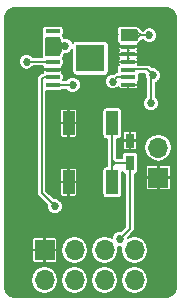
<source format=gbl>
%TF.GenerationSoftware,KiCad,Pcbnew,4.0.7*%
%TF.CreationDate,2017-10-11T16:39:00+02:00*%
%TF.ProjectId,ESP12_pcb,45535031325F7063622E6B696361645F,rev?*%
%TF.FileFunction,Copper,L2,Bot,Signal*%
%FSLAX46Y46*%
G04 Gerber Fmt 4.6, Leading zero omitted, Abs format (unit mm)*
G04 Created by KiCad (PCBNEW 4.0.7) date Wednesday, 11 October 2017 'PMt' 16:39:00*
%MOMM*%
%LPD*%
G01*
G04 APERTURE LIST*
%ADD10C,0.127000*%
%ADD11C,0.600000*%
%ADD12R,0.750000X1.200000*%
%ADD13R,1.700000X1.700000*%
%ADD14O,1.700000X1.700000*%
%ADD15R,1.000000X2.000000*%
%ADD16R,1.200000X0.300000*%
%ADD17R,2.400000X2.300000*%
%ADD18C,0.685800*%
%ADD19C,0.250000*%
%ADD20C,0.152400*%
%ADD21C,0.150000*%
G04 APERTURE END LIST*
D10*
D11*
X56500000Y-68400000D03*
X50300000Y-71800000D03*
X49150000Y-71800000D03*
X50300000Y-68350000D03*
X49150000Y-68325000D03*
D12*
X53050000Y-78925000D03*
X53050000Y-77025000D03*
D13*
X55450000Y-80165000D03*
D14*
X55450000Y-77625000D03*
D15*
X51550000Y-80550000D03*
X51550000Y-75550000D03*
X47850000Y-80550000D03*
X47850000Y-75550000D03*
D13*
X45820000Y-86310000D03*
D14*
X45820000Y-88850000D03*
X48360000Y-86310000D03*
X48360000Y-88850000D03*
X50900000Y-86310000D03*
X50900000Y-88850000D03*
X53440000Y-86310000D03*
X53440000Y-88850000D03*
D16*
X52900000Y-71025000D03*
X52900000Y-69725000D03*
X52900000Y-68425000D03*
X52900000Y-67775000D03*
X46500000Y-70375000D03*
X52900000Y-71675000D03*
X52900000Y-72325000D03*
X46500000Y-67775000D03*
X46500000Y-68425000D03*
X52900000Y-69075000D03*
X46500000Y-69075000D03*
X46500000Y-69725000D03*
X52900000Y-70375000D03*
X46500000Y-71025000D03*
X46500000Y-71675000D03*
X46500000Y-72325000D03*
D17*
X49700000Y-70050000D03*
D11*
X54000000Y-84975000D03*
D18*
X47557497Y-69008757D03*
X55000588Y-71497490D03*
X54828099Y-73865585D03*
X54678098Y-68125000D03*
X48214286Y-72319702D03*
X51601287Y-72032195D03*
X46700000Y-82600000D03*
X52190428Y-85351068D03*
X44300000Y-70350000D03*
D19*
X47273641Y-69001359D02*
X47550099Y-69001359D01*
X47550099Y-69001359D02*
X47557497Y-69008757D01*
X47200000Y-69075000D02*
X47273641Y-69001359D01*
D20*
X52603538Y-71012361D02*
X54515459Y-71012361D01*
X54515459Y-71012361D02*
X54657689Y-71154591D01*
X54657689Y-71154591D02*
X55000588Y-71497490D01*
X54828099Y-71669979D02*
X55000588Y-71497490D01*
X54828099Y-73865585D02*
X54828099Y-71669979D01*
X54678098Y-68125000D02*
X53900000Y-68125000D01*
X53900000Y-68125000D02*
X53600000Y-68425000D01*
X54678098Y-68125000D02*
X53950000Y-68125000D01*
X53950000Y-68125000D02*
X53600000Y-67775000D01*
X48214286Y-72319702D02*
X46505298Y-72319702D01*
X46505298Y-72319702D02*
X46500000Y-72325000D01*
X48208988Y-72325000D02*
X48214286Y-72319702D01*
X51944186Y-71689296D02*
X51958482Y-71675000D01*
X51958482Y-71675000D02*
X52900000Y-71675000D01*
X51970537Y-71662945D02*
X51944186Y-71689296D01*
X51944186Y-71689296D02*
X51601287Y-72032195D01*
X46700000Y-82600000D02*
X45569799Y-81469799D01*
X45569799Y-81469799D02*
X45569799Y-71852801D01*
X45569799Y-71852801D02*
X45747600Y-71675000D01*
X45747600Y-71675000D02*
X46500000Y-71675000D01*
X52533327Y-85008169D02*
X52190428Y-85351068D01*
X53050000Y-78925000D02*
X53050000Y-84491496D01*
X53050000Y-84491496D02*
X52533327Y-85008169D01*
X51550000Y-78925000D02*
X51550000Y-79175000D01*
X51550000Y-79175000D02*
X51550000Y-80550000D01*
X51825000Y-78925000D02*
X51800000Y-78925000D01*
X51800000Y-78925000D02*
X51550000Y-79175000D01*
X51800000Y-78925000D02*
X51550000Y-78675000D01*
X51550000Y-78675000D02*
X51550000Y-78925000D01*
X51550000Y-75550000D02*
X51550000Y-78675000D01*
X53050000Y-78925000D02*
X51825000Y-78925000D01*
X51825000Y-78925000D02*
X51550000Y-78925000D01*
X44300000Y-70350000D02*
X45926613Y-70350000D01*
X45926613Y-70350000D02*
X45951613Y-70375000D01*
D21*
G36*
X56470117Y-65897882D02*
X56699110Y-66050890D01*
X56852118Y-66279883D01*
X56913647Y-66589208D01*
X56911500Y-66600000D01*
X56911500Y-89521584D01*
X56852118Y-89820117D01*
X56699110Y-90049110D01*
X56470117Y-90202118D01*
X56171584Y-90261500D01*
X43228416Y-90261500D01*
X42929883Y-90202118D01*
X42700890Y-90049110D01*
X42547882Y-89820117D01*
X42488500Y-89521584D01*
X42488500Y-88826902D01*
X44641000Y-88826902D01*
X44641000Y-88873098D01*
X44730746Y-89324282D01*
X44986321Y-89706777D01*
X45368816Y-89962352D01*
X45820000Y-90052098D01*
X46271184Y-89962352D01*
X46653679Y-89706777D01*
X46909254Y-89324282D01*
X46999000Y-88873098D01*
X46999000Y-88826902D01*
X47181000Y-88826902D01*
X47181000Y-88873098D01*
X47270746Y-89324282D01*
X47526321Y-89706777D01*
X47908816Y-89962352D01*
X48360000Y-90052098D01*
X48811184Y-89962352D01*
X49193679Y-89706777D01*
X49449254Y-89324282D01*
X49539000Y-88873098D01*
X49539000Y-88826902D01*
X49721000Y-88826902D01*
X49721000Y-88873098D01*
X49810746Y-89324282D01*
X50066321Y-89706777D01*
X50448816Y-89962352D01*
X50900000Y-90052098D01*
X51351184Y-89962352D01*
X51733679Y-89706777D01*
X51989254Y-89324282D01*
X52079000Y-88873098D01*
X52079000Y-88826902D01*
X52261000Y-88826902D01*
X52261000Y-88873098D01*
X52350746Y-89324282D01*
X52606321Y-89706777D01*
X52988816Y-89962352D01*
X53440000Y-90052098D01*
X53891184Y-89962352D01*
X54273679Y-89706777D01*
X54529254Y-89324282D01*
X54619000Y-88873098D01*
X54619000Y-88826902D01*
X54529254Y-88375718D01*
X54273679Y-87993223D01*
X53891184Y-87737648D01*
X53440000Y-87647902D01*
X52988816Y-87737648D01*
X52606321Y-87993223D01*
X52350746Y-88375718D01*
X52261000Y-88826902D01*
X52079000Y-88826902D01*
X51989254Y-88375718D01*
X51733679Y-87993223D01*
X51351184Y-87737648D01*
X50900000Y-87647902D01*
X50448816Y-87737648D01*
X50066321Y-87993223D01*
X49810746Y-88375718D01*
X49721000Y-88826902D01*
X49539000Y-88826902D01*
X49449254Y-88375718D01*
X49193679Y-87993223D01*
X48811184Y-87737648D01*
X48360000Y-87647902D01*
X47908816Y-87737648D01*
X47526321Y-87993223D01*
X47270746Y-88375718D01*
X47181000Y-88826902D01*
X46999000Y-88826902D01*
X46909254Y-88375718D01*
X46653679Y-87993223D01*
X46271184Y-87737648D01*
X45820000Y-87647902D01*
X45368816Y-87737648D01*
X44986321Y-87993223D01*
X44730746Y-88375718D01*
X44641000Y-88826902D01*
X42488500Y-88826902D01*
X42488500Y-86391250D01*
X44745000Y-86391250D01*
X44745000Y-87204755D01*
X44779254Y-87287452D01*
X44842548Y-87350746D01*
X44925244Y-87385000D01*
X45738750Y-87385000D01*
X45795000Y-87328750D01*
X45795000Y-86335000D01*
X45845000Y-86335000D01*
X45845000Y-87328750D01*
X45901250Y-87385000D01*
X46714756Y-87385000D01*
X46797452Y-87350746D01*
X46860746Y-87287452D01*
X46895000Y-87204755D01*
X46895000Y-86391250D01*
X46838750Y-86335000D01*
X45845000Y-86335000D01*
X45795000Y-86335000D01*
X44801250Y-86335000D01*
X44745000Y-86391250D01*
X42488500Y-86391250D01*
X42488500Y-86286902D01*
X47181000Y-86286902D01*
X47181000Y-86333098D01*
X47270746Y-86784282D01*
X47526321Y-87166777D01*
X47908816Y-87422352D01*
X48360000Y-87512098D01*
X48811184Y-87422352D01*
X49193679Y-87166777D01*
X49449254Y-86784282D01*
X49539000Y-86333098D01*
X49539000Y-86286902D01*
X49721000Y-86286902D01*
X49721000Y-86333098D01*
X49810746Y-86784282D01*
X50066321Y-87166777D01*
X50448816Y-87422352D01*
X50900000Y-87512098D01*
X51351184Y-87422352D01*
X51733679Y-87166777D01*
X51989254Y-86784282D01*
X52079000Y-86333098D01*
X52079000Y-86286902D01*
X52023802Y-86009401D01*
X52056193Y-86022851D01*
X52313478Y-86023075D01*
X52261000Y-86286902D01*
X52261000Y-86333098D01*
X52350746Y-86784282D01*
X52606321Y-87166777D01*
X52988816Y-87422352D01*
X53440000Y-87512098D01*
X53891184Y-87422352D01*
X54273679Y-87166777D01*
X54529254Y-86784282D01*
X54619000Y-86333098D01*
X54619000Y-86286902D01*
X54529254Y-85835718D01*
X54273679Y-85453223D01*
X53891184Y-85197648D01*
X53440000Y-85107902D01*
X52988816Y-85197648D01*
X52862388Y-85282124D01*
X52862414Y-85252122D01*
X53336520Y-84778016D01*
X53424356Y-84646560D01*
X53455200Y-84491496D01*
X53455200Y-80246250D01*
X54375000Y-80246250D01*
X54375000Y-81059756D01*
X54409254Y-81142452D01*
X54472548Y-81205746D01*
X54555245Y-81240000D01*
X55368750Y-81240000D01*
X55425000Y-81183750D01*
X55425000Y-80190000D01*
X55475000Y-80190000D01*
X55475000Y-81183750D01*
X55531250Y-81240000D01*
X56344755Y-81240000D01*
X56427452Y-81205746D01*
X56490746Y-81142452D01*
X56525000Y-81059756D01*
X56525000Y-80246250D01*
X56468750Y-80190000D01*
X55475000Y-80190000D01*
X55425000Y-80190000D01*
X54431250Y-80190000D01*
X54375000Y-80246250D01*
X53455200Y-80246250D01*
X53455200Y-79854762D01*
X53546920Y-79837504D01*
X53658896Y-79765450D01*
X53734017Y-79655507D01*
X53760445Y-79525000D01*
X53760445Y-79270244D01*
X54375000Y-79270244D01*
X54375000Y-80083750D01*
X54431250Y-80140000D01*
X55425000Y-80140000D01*
X55425000Y-79146250D01*
X55475000Y-79146250D01*
X55475000Y-80140000D01*
X56468750Y-80140000D01*
X56525000Y-80083750D01*
X56525000Y-79270244D01*
X56490746Y-79187548D01*
X56427452Y-79124254D01*
X56344755Y-79090000D01*
X55531250Y-79090000D01*
X55475000Y-79146250D01*
X55425000Y-79146250D01*
X55368750Y-79090000D01*
X54555245Y-79090000D01*
X54472548Y-79124254D01*
X54409254Y-79187548D01*
X54375000Y-79270244D01*
X53760445Y-79270244D01*
X53760445Y-78325000D01*
X53737504Y-78203080D01*
X53665450Y-78091104D01*
X53555507Y-78015983D01*
X53425000Y-77989555D01*
X52675000Y-77989555D01*
X52553080Y-78012496D01*
X52441104Y-78084550D01*
X52365983Y-78194493D01*
X52339555Y-78325000D01*
X52339555Y-78519800D01*
X51967839Y-78519800D01*
X51955200Y-78507160D01*
X51955200Y-77106250D01*
X52450000Y-77106250D01*
X52450000Y-77669755D01*
X52484254Y-77752452D01*
X52547548Y-77815746D01*
X52630244Y-77850000D01*
X52968750Y-77850000D01*
X53025000Y-77793750D01*
X53025000Y-77050000D01*
X53075000Y-77050000D01*
X53075000Y-77793750D01*
X53131250Y-77850000D01*
X53469756Y-77850000D01*
X53552452Y-77815746D01*
X53615746Y-77752452D01*
X53650000Y-77669755D01*
X53650000Y-77625000D01*
X54247902Y-77625000D01*
X54337648Y-78076184D01*
X54593223Y-78458679D01*
X54975718Y-78714254D01*
X55426902Y-78804000D01*
X55473098Y-78804000D01*
X55924282Y-78714254D01*
X56306777Y-78458679D01*
X56562352Y-78076184D01*
X56652098Y-77625000D01*
X56562352Y-77173816D01*
X56306777Y-76791321D01*
X55924282Y-76535746D01*
X55473098Y-76446000D01*
X55426902Y-76446000D01*
X54975718Y-76535746D01*
X54593223Y-76791321D01*
X54337648Y-77173816D01*
X54247902Y-77625000D01*
X53650000Y-77625000D01*
X53650000Y-77106250D01*
X53593750Y-77050000D01*
X53075000Y-77050000D01*
X53025000Y-77050000D01*
X52506250Y-77050000D01*
X52450000Y-77106250D01*
X51955200Y-77106250D01*
X51955200Y-76885445D01*
X52050000Y-76885445D01*
X52171920Y-76862504D01*
X52283896Y-76790450D01*
X52359017Y-76680507D01*
X52385445Y-76550000D01*
X52385445Y-76380245D01*
X52450000Y-76380245D01*
X52450000Y-76943750D01*
X52506250Y-77000000D01*
X53025000Y-77000000D01*
X53025000Y-76256250D01*
X53075000Y-76256250D01*
X53075000Y-77000000D01*
X53593750Y-77000000D01*
X53650000Y-76943750D01*
X53650000Y-76380245D01*
X53615746Y-76297548D01*
X53552452Y-76234254D01*
X53469756Y-76200000D01*
X53131250Y-76200000D01*
X53075000Y-76256250D01*
X53025000Y-76256250D01*
X52968750Y-76200000D01*
X52630244Y-76200000D01*
X52547548Y-76234254D01*
X52484254Y-76297548D01*
X52450000Y-76380245D01*
X52385445Y-76380245D01*
X52385445Y-74550000D01*
X52362504Y-74428080D01*
X52290450Y-74316104D01*
X52180507Y-74240983D01*
X52050000Y-74214555D01*
X51050000Y-74214555D01*
X50928080Y-74237496D01*
X50816104Y-74309550D01*
X50740983Y-74419493D01*
X50714555Y-74550000D01*
X50714555Y-76550000D01*
X50737496Y-76671920D01*
X50809550Y-76783896D01*
X50919493Y-76859017D01*
X51050000Y-76885445D01*
X51144800Y-76885445D01*
X51144800Y-79214555D01*
X51050000Y-79214555D01*
X50928080Y-79237496D01*
X50816104Y-79309550D01*
X50740983Y-79419493D01*
X50714555Y-79550000D01*
X50714555Y-81550000D01*
X50737496Y-81671920D01*
X50809550Y-81783896D01*
X50919493Y-81859017D01*
X51050000Y-81885445D01*
X52050000Y-81885445D01*
X52171920Y-81862504D01*
X52283896Y-81790450D01*
X52359017Y-81680507D01*
X52385445Y-81550000D01*
X52385445Y-79682584D01*
X52434550Y-79758896D01*
X52544493Y-79834017D01*
X52644800Y-79854329D01*
X52644800Y-84323656D01*
X52289202Y-84679254D01*
X52057365Y-84679052D01*
X51810325Y-84781127D01*
X51621151Y-84969970D01*
X51518645Y-85216833D01*
X51518564Y-85309488D01*
X51351184Y-85197648D01*
X50900000Y-85107902D01*
X50448816Y-85197648D01*
X50066321Y-85453223D01*
X49810746Y-85835718D01*
X49721000Y-86286902D01*
X49539000Y-86286902D01*
X49449254Y-85835718D01*
X49193679Y-85453223D01*
X48811184Y-85197648D01*
X48360000Y-85107902D01*
X47908816Y-85197648D01*
X47526321Y-85453223D01*
X47270746Y-85835718D01*
X47181000Y-86286902D01*
X42488500Y-86286902D01*
X42488500Y-85415245D01*
X44745000Y-85415245D01*
X44745000Y-86228750D01*
X44801250Y-86285000D01*
X45795000Y-86285000D01*
X45795000Y-85291250D01*
X45845000Y-85291250D01*
X45845000Y-86285000D01*
X46838750Y-86285000D01*
X46895000Y-86228750D01*
X46895000Y-85415245D01*
X46860746Y-85332548D01*
X46797452Y-85269254D01*
X46714756Y-85235000D01*
X45901250Y-85235000D01*
X45845000Y-85291250D01*
X45795000Y-85291250D01*
X45738750Y-85235000D01*
X44925244Y-85235000D01*
X44842548Y-85269254D01*
X44779254Y-85332548D01*
X44745000Y-85415245D01*
X42488500Y-85415245D01*
X42488500Y-71852801D01*
X45164599Y-71852801D01*
X45164599Y-81469799D01*
X45195443Y-81624863D01*
X45283279Y-81756319D01*
X46028186Y-82501225D01*
X46027984Y-82733063D01*
X46130059Y-82980103D01*
X46318902Y-83169277D01*
X46565765Y-83271783D01*
X46833063Y-83272016D01*
X47080103Y-83169941D01*
X47269277Y-82981098D01*
X47371783Y-82734235D01*
X47372016Y-82466937D01*
X47269941Y-82219897D01*
X47081098Y-82030723D01*
X46834235Y-81928217D01*
X46601053Y-81928014D01*
X45974999Y-81301959D01*
X45974999Y-80631250D01*
X47125000Y-80631250D01*
X47125000Y-81594756D01*
X47159254Y-81677452D01*
X47222548Y-81740746D01*
X47305245Y-81775000D01*
X47768750Y-81775000D01*
X47825000Y-81718750D01*
X47825000Y-80575000D01*
X47875000Y-80575000D01*
X47875000Y-81718750D01*
X47931250Y-81775000D01*
X48394755Y-81775000D01*
X48477452Y-81740746D01*
X48540746Y-81677452D01*
X48575000Y-81594756D01*
X48575000Y-80631250D01*
X48518750Y-80575000D01*
X47875000Y-80575000D01*
X47825000Y-80575000D01*
X47181250Y-80575000D01*
X47125000Y-80631250D01*
X45974999Y-80631250D01*
X45974999Y-79505244D01*
X47125000Y-79505244D01*
X47125000Y-80468750D01*
X47181250Y-80525000D01*
X47825000Y-80525000D01*
X47825000Y-79381250D01*
X47875000Y-79381250D01*
X47875000Y-80525000D01*
X48518750Y-80525000D01*
X48575000Y-80468750D01*
X48575000Y-79505244D01*
X48540746Y-79422548D01*
X48477452Y-79359254D01*
X48394755Y-79325000D01*
X47931250Y-79325000D01*
X47875000Y-79381250D01*
X47825000Y-79381250D01*
X47768750Y-79325000D01*
X47305245Y-79325000D01*
X47222548Y-79359254D01*
X47159254Y-79422548D01*
X47125000Y-79505244D01*
X45974999Y-79505244D01*
X45974999Y-75631250D01*
X47125000Y-75631250D01*
X47125000Y-76594756D01*
X47159254Y-76677452D01*
X47222548Y-76740746D01*
X47305245Y-76775000D01*
X47768750Y-76775000D01*
X47825000Y-76718750D01*
X47825000Y-75575000D01*
X47875000Y-75575000D01*
X47875000Y-76718750D01*
X47931250Y-76775000D01*
X48394755Y-76775000D01*
X48477452Y-76740746D01*
X48540746Y-76677452D01*
X48575000Y-76594756D01*
X48575000Y-75631250D01*
X48518750Y-75575000D01*
X47875000Y-75575000D01*
X47825000Y-75575000D01*
X47181250Y-75575000D01*
X47125000Y-75631250D01*
X45974999Y-75631250D01*
X45974999Y-74505244D01*
X47125000Y-74505244D01*
X47125000Y-75468750D01*
X47181250Y-75525000D01*
X47825000Y-75525000D01*
X47825000Y-74381250D01*
X47875000Y-74381250D01*
X47875000Y-75525000D01*
X48518750Y-75525000D01*
X48575000Y-75468750D01*
X48575000Y-74505244D01*
X48540746Y-74422548D01*
X48477452Y-74359254D01*
X48394755Y-74325000D01*
X47931250Y-74325000D01*
X47875000Y-74381250D01*
X47825000Y-74381250D01*
X47768750Y-74325000D01*
X47305245Y-74325000D01*
X47222548Y-74359254D01*
X47159254Y-74422548D01*
X47125000Y-74505244D01*
X45974999Y-74505244D01*
X45974999Y-72810445D01*
X47100000Y-72810445D01*
X47221920Y-72787504D01*
X47319207Y-72724902D01*
X47669398Y-72724902D01*
X47833188Y-72888979D01*
X48080051Y-72991485D01*
X48347349Y-72991718D01*
X48594389Y-72889643D01*
X48783563Y-72700800D01*
X48886069Y-72453937D01*
X48886302Y-72186639D01*
X48877468Y-72165258D01*
X50929271Y-72165258D01*
X51031346Y-72412298D01*
X51220189Y-72601472D01*
X51467052Y-72703978D01*
X51734350Y-72704211D01*
X51981390Y-72602136D01*
X52075000Y-72508690D01*
X52075000Y-72519755D01*
X52109254Y-72602452D01*
X52172548Y-72665746D01*
X52255244Y-72700000D01*
X52818750Y-72700000D01*
X52875000Y-72643750D01*
X52875000Y-72350000D01*
X52925000Y-72350000D01*
X52925000Y-72643750D01*
X52981250Y-72700000D01*
X53544756Y-72700000D01*
X53627452Y-72665746D01*
X53690746Y-72602452D01*
X53725000Y-72519755D01*
X53725000Y-72406250D01*
X53668750Y-72350000D01*
X52925000Y-72350000D01*
X52875000Y-72350000D01*
X52855000Y-72350000D01*
X52855000Y-72300000D01*
X52875000Y-72300000D01*
X52875000Y-72280000D01*
X52925000Y-72280000D01*
X52925000Y-72300000D01*
X53668750Y-72300000D01*
X53725000Y-72243750D01*
X53725000Y-72130245D01*
X53705681Y-72083605D01*
X53733896Y-72065450D01*
X53809017Y-71955507D01*
X53835445Y-71825000D01*
X53835445Y-71525000D01*
X53815229Y-71417561D01*
X54328758Y-71417561D01*
X54328572Y-71630553D01*
X54422899Y-71858841D01*
X54422899Y-73320697D01*
X54258822Y-73484487D01*
X54156316Y-73731350D01*
X54156083Y-73998648D01*
X54258158Y-74245688D01*
X54447001Y-74434862D01*
X54693864Y-74537368D01*
X54961162Y-74537601D01*
X55208202Y-74435526D01*
X55397376Y-74246683D01*
X55499882Y-73999820D01*
X55500115Y-73732522D01*
X55398040Y-73485482D01*
X55233299Y-73320452D01*
X55233299Y-72128332D01*
X55380691Y-72067431D01*
X55569865Y-71878588D01*
X55672371Y-71631725D01*
X55672604Y-71364427D01*
X55570529Y-71117387D01*
X55381686Y-70928213D01*
X55134823Y-70825707D01*
X54901641Y-70825504D01*
X54801979Y-70725841D01*
X54670523Y-70638005D01*
X54515459Y-70607161D01*
X53709506Y-70607161D01*
X53725000Y-70569755D01*
X53725000Y-70456250D01*
X53668750Y-70400000D01*
X52925000Y-70400000D01*
X52925000Y-70420000D01*
X52875000Y-70420000D01*
X52875000Y-70400000D01*
X52131250Y-70400000D01*
X52075000Y-70456250D01*
X52075000Y-70569755D01*
X52094319Y-70616395D01*
X52066104Y-70634550D01*
X51990983Y-70744493D01*
X51964555Y-70875000D01*
X51964555Y-71175000D01*
X51980497Y-71259725D01*
X51970537Y-71257744D01*
X51815473Y-71288589D01*
X51708018Y-71360388D01*
X51468224Y-71360179D01*
X51221184Y-71462254D01*
X51032010Y-71651097D01*
X50929504Y-71897960D01*
X50929271Y-72165258D01*
X48877468Y-72165258D01*
X48784227Y-71939599D01*
X48595384Y-71750425D01*
X48348521Y-71647919D01*
X48081223Y-71647686D01*
X47834183Y-71749761D01*
X47669153Y-71914502D01*
X47417321Y-71914502D01*
X47435445Y-71825000D01*
X47435445Y-71525000D01*
X47412504Y-71403080D01*
X47340450Y-71291104D01*
X47305374Y-71267137D01*
X47325000Y-71219755D01*
X47325000Y-71106250D01*
X47268750Y-71050000D01*
X46525000Y-71050000D01*
X46525000Y-71070000D01*
X46475000Y-71070000D01*
X46475000Y-71050000D01*
X45731250Y-71050000D01*
X45675000Y-71106250D01*
X45675000Y-71219755D01*
X45694319Y-71266395D01*
X45666104Y-71284550D01*
X45664949Y-71286240D01*
X45601400Y-71298881D01*
X45592537Y-71300644D01*
X45461080Y-71388480D01*
X45461078Y-71388483D01*
X45283279Y-71566281D01*
X45195443Y-71697737D01*
X45195443Y-71697738D01*
X45164599Y-71852801D01*
X42488500Y-71852801D01*
X42488500Y-70483063D01*
X43627984Y-70483063D01*
X43730059Y-70730103D01*
X43918902Y-70919277D01*
X44165765Y-71021783D01*
X44433063Y-71022016D01*
X44680103Y-70919941D01*
X44845133Y-70755200D01*
X45657172Y-70755200D01*
X45659550Y-70758896D01*
X45694626Y-70782863D01*
X45675000Y-70830245D01*
X45675000Y-70943750D01*
X45731250Y-71000000D01*
X46475000Y-71000000D01*
X46475000Y-70980000D01*
X46525000Y-70980000D01*
X46525000Y-71000000D01*
X47268750Y-71000000D01*
X47325000Y-70943750D01*
X47325000Y-70830245D01*
X47305681Y-70783605D01*
X47333896Y-70765450D01*
X47409017Y-70655507D01*
X47435445Y-70525000D01*
X47435445Y-70225000D01*
X47412504Y-70103080D01*
X47378478Y-70050202D01*
X47409017Y-70005507D01*
X47435445Y-69875000D01*
X47435445Y-69680551D01*
X47690560Y-69680773D01*
X47937600Y-69578698D01*
X48126774Y-69389855D01*
X48164555Y-69298868D01*
X48164555Y-71200000D01*
X48187496Y-71321920D01*
X48259550Y-71433896D01*
X48369493Y-71509017D01*
X48500000Y-71535445D01*
X50900000Y-71535445D01*
X51021920Y-71512504D01*
X51133896Y-71440450D01*
X51209017Y-71330507D01*
X51235445Y-71200000D01*
X51235445Y-69806250D01*
X52075000Y-69806250D01*
X52075000Y-69919755D01*
X52109254Y-70002452D01*
X52156802Y-70050000D01*
X52109254Y-70097548D01*
X52075000Y-70180245D01*
X52075000Y-70293750D01*
X52131250Y-70350000D01*
X52875000Y-70350000D01*
X52875000Y-70056250D01*
X52868750Y-70050000D01*
X52875000Y-70043750D01*
X52875000Y-69750000D01*
X52925000Y-69750000D01*
X52925000Y-70043750D01*
X52931250Y-70050000D01*
X52925000Y-70056250D01*
X52925000Y-70350000D01*
X53668750Y-70350000D01*
X53725000Y-70293750D01*
X53725000Y-70180245D01*
X53690746Y-70097548D01*
X53643198Y-70050000D01*
X53690746Y-70002452D01*
X53725000Y-69919755D01*
X53725000Y-69806250D01*
X53668750Y-69750000D01*
X52925000Y-69750000D01*
X52875000Y-69750000D01*
X52131250Y-69750000D01*
X52075000Y-69806250D01*
X51235445Y-69806250D01*
X51235445Y-69156250D01*
X52075000Y-69156250D01*
X52075000Y-69269755D01*
X52109254Y-69352452D01*
X52156802Y-69400000D01*
X52109254Y-69447548D01*
X52075000Y-69530245D01*
X52075000Y-69643750D01*
X52131250Y-69700000D01*
X52875000Y-69700000D01*
X52875000Y-69406250D01*
X52868750Y-69400000D01*
X52875000Y-69393750D01*
X52875000Y-69100000D01*
X52925000Y-69100000D01*
X52925000Y-69393750D01*
X52931250Y-69400000D01*
X52925000Y-69406250D01*
X52925000Y-69700000D01*
X53668750Y-69700000D01*
X53725000Y-69643750D01*
X53725000Y-69530245D01*
X53690746Y-69447548D01*
X53643198Y-69400000D01*
X53690746Y-69352452D01*
X53725000Y-69269755D01*
X53725000Y-69156250D01*
X53668750Y-69100000D01*
X52925000Y-69100000D01*
X52875000Y-69100000D01*
X52131250Y-69100000D01*
X52075000Y-69156250D01*
X51235445Y-69156250D01*
X51235445Y-68900000D01*
X51212504Y-68778080D01*
X51140450Y-68666104D01*
X51030507Y-68590983D01*
X50900000Y-68564555D01*
X48500000Y-68564555D01*
X48378080Y-68587496D01*
X48266104Y-68659550D01*
X48190983Y-68769493D01*
X48189223Y-68778185D01*
X48127438Y-68628654D01*
X47938595Y-68439480D01*
X47691732Y-68336974D01*
X47435445Y-68336751D01*
X47435445Y-68275000D01*
X47412504Y-68153080D01*
X47378478Y-68100202D01*
X47409017Y-68055507D01*
X47435445Y-67925000D01*
X47435445Y-67625000D01*
X51964555Y-67625000D01*
X51964555Y-67925000D01*
X51987496Y-68046920D01*
X52021522Y-68099798D01*
X51990983Y-68144493D01*
X51964555Y-68275000D01*
X51964555Y-68575000D01*
X51987496Y-68696920D01*
X52059550Y-68808896D01*
X52094626Y-68832863D01*
X52075000Y-68880245D01*
X52075000Y-68993750D01*
X52131250Y-69050000D01*
X52875000Y-69050000D01*
X52875000Y-69030000D01*
X52925000Y-69030000D01*
X52925000Y-69050000D01*
X53668750Y-69050000D01*
X53725000Y-68993750D01*
X53725000Y-68880245D01*
X53705681Y-68833605D01*
X53733896Y-68815450D01*
X53743293Y-68801697D01*
X53755064Y-68799356D01*
X53886520Y-68711520D01*
X54067840Y-68530200D01*
X54133210Y-68530200D01*
X54297000Y-68694277D01*
X54543863Y-68796783D01*
X54811161Y-68797016D01*
X55058201Y-68694941D01*
X55247375Y-68506098D01*
X55349881Y-68259235D01*
X55350114Y-67991937D01*
X55248039Y-67744897D01*
X55059196Y-67555723D01*
X54812333Y-67453217D01*
X54545035Y-67452984D01*
X54297995Y-67555059D01*
X54132965Y-67719800D01*
X54117839Y-67719800D01*
X53886520Y-67488480D01*
X53755064Y-67400644D01*
X53745345Y-67398711D01*
X53740450Y-67391104D01*
X53630507Y-67315983D01*
X53500000Y-67289555D01*
X52300000Y-67289555D01*
X52178080Y-67312496D01*
X52066104Y-67384550D01*
X51990983Y-67494493D01*
X51964555Y-67625000D01*
X47435445Y-67625000D01*
X47412504Y-67503080D01*
X47340450Y-67391104D01*
X47230507Y-67315983D01*
X47100000Y-67289555D01*
X45900000Y-67289555D01*
X45778080Y-67312496D01*
X45666104Y-67384550D01*
X45590983Y-67494493D01*
X45564555Y-67625000D01*
X45564555Y-67925000D01*
X45587496Y-68046920D01*
X45621522Y-68099798D01*
X45590983Y-68144493D01*
X45564555Y-68275000D01*
X45564555Y-68575000D01*
X45587496Y-68696920D01*
X45621522Y-68749798D01*
X45590983Y-68794493D01*
X45564555Y-68925000D01*
X45564555Y-69225000D01*
X45587496Y-69346920D01*
X45621522Y-69399798D01*
X45590983Y-69444493D01*
X45564555Y-69575000D01*
X45564555Y-69875000D01*
X45577689Y-69944800D01*
X44844888Y-69944800D01*
X44681098Y-69780723D01*
X44434235Y-69678217D01*
X44166937Y-69677984D01*
X43919897Y-69780059D01*
X43730723Y-69968902D01*
X43628217Y-70215765D01*
X43627984Y-70483063D01*
X42488500Y-70483063D01*
X42488500Y-66578416D01*
X42547882Y-66279883D01*
X42700890Y-66050890D01*
X42929883Y-65897882D01*
X43228416Y-65838500D01*
X56171584Y-65838500D01*
X56470117Y-65897882D01*
X56470117Y-65897882D01*
G37*
X56470117Y-65897882D02*
X56699110Y-66050890D01*
X56852118Y-66279883D01*
X56913647Y-66589208D01*
X56911500Y-66600000D01*
X56911500Y-89521584D01*
X56852118Y-89820117D01*
X56699110Y-90049110D01*
X56470117Y-90202118D01*
X56171584Y-90261500D01*
X43228416Y-90261500D01*
X42929883Y-90202118D01*
X42700890Y-90049110D01*
X42547882Y-89820117D01*
X42488500Y-89521584D01*
X42488500Y-88826902D01*
X44641000Y-88826902D01*
X44641000Y-88873098D01*
X44730746Y-89324282D01*
X44986321Y-89706777D01*
X45368816Y-89962352D01*
X45820000Y-90052098D01*
X46271184Y-89962352D01*
X46653679Y-89706777D01*
X46909254Y-89324282D01*
X46999000Y-88873098D01*
X46999000Y-88826902D01*
X47181000Y-88826902D01*
X47181000Y-88873098D01*
X47270746Y-89324282D01*
X47526321Y-89706777D01*
X47908816Y-89962352D01*
X48360000Y-90052098D01*
X48811184Y-89962352D01*
X49193679Y-89706777D01*
X49449254Y-89324282D01*
X49539000Y-88873098D01*
X49539000Y-88826902D01*
X49721000Y-88826902D01*
X49721000Y-88873098D01*
X49810746Y-89324282D01*
X50066321Y-89706777D01*
X50448816Y-89962352D01*
X50900000Y-90052098D01*
X51351184Y-89962352D01*
X51733679Y-89706777D01*
X51989254Y-89324282D01*
X52079000Y-88873098D01*
X52079000Y-88826902D01*
X52261000Y-88826902D01*
X52261000Y-88873098D01*
X52350746Y-89324282D01*
X52606321Y-89706777D01*
X52988816Y-89962352D01*
X53440000Y-90052098D01*
X53891184Y-89962352D01*
X54273679Y-89706777D01*
X54529254Y-89324282D01*
X54619000Y-88873098D01*
X54619000Y-88826902D01*
X54529254Y-88375718D01*
X54273679Y-87993223D01*
X53891184Y-87737648D01*
X53440000Y-87647902D01*
X52988816Y-87737648D01*
X52606321Y-87993223D01*
X52350746Y-88375718D01*
X52261000Y-88826902D01*
X52079000Y-88826902D01*
X51989254Y-88375718D01*
X51733679Y-87993223D01*
X51351184Y-87737648D01*
X50900000Y-87647902D01*
X50448816Y-87737648D01*
X50066321Y-87993223D01*
X49810746Y-88375718D01*
X49721000Y-88826902D01*
X49539000Y-88826902D01*
X49449254Y-88375718D01*
X49193679Y-87993223D01*
X48811184Y-87737648D01*
X48360000Y-87647902D01*
X47908816Y-87737648D01*
X47526321Y-87993223D01*
X47270746Y-88375718D01*
X47181000Y-88826902D01*
X46999000Y-88826902D01*
X46909254Y-88375718D01*
X46653679Y-87993223D01*
X46271184Y-87737648D01*
X45820000Y-87647902D01*
X45368816Y-87737648D01*
X44986321Y-87993223D01*
X44730746Y-88375718D01*
X44641000Y-88826902D01*
X42488500Y-88826902D01*
X42488500Y-86391250D01*
X44745000Y-86391250D01*
X44745000Y-87204755D01*
X44779254Y-87287452D01*
X44842548Y-87350746D01*
X44925244Y-87385000D01*
X45738750Y-87385000D01*
X45795000Y-87328750D01*
X45795000Y-86335000D01*
X45845000Y-86335000D01*
X45845000Y-87328750D01*
X45901250Y-87385000D01*
X46714756Y-87385000D01*
X46797452Y-87350746D01*
X46860746Y-87287452D01*
X46895000Y-87204755D01*
X46895000Y-86391250D01*
X46838750Y-86335000D01*
X45845000Y-86335000D01*
X45795000Y-86335000D01*
X44801250Y-86335000D01*
X44745000Y-86391250D01*
X42488500Y-86391250D01*
X42488500Y-86286902D01*
X47181000Y-86286902D01*
X47181000Y-86333098D01*
X47270746Y-86784282D01*
X47526321Y-87166777D01*
X47908816Y-87422352D01*
X48360000Y-87512098D01*
X48811184Y-87422352D01*
X49193679Y-87166777D01*
X49449254Y-86784282D01*
X49539000Y-86333098D01*
X49539000Y-86286902D01*
X49721000Y-86286902D01*
X49721000Y-86333098D01*
X49810746Y-86784282D01*
X50066321Y-87166777D01*
X50448816Y-87422352D01*
X50900000Y-87512098D01*
X51351184Y-87422352D01*
X51733679Y-87166777D01*
X51989254Y-86784282D01*
X52079000Y-86333098D01*
X52079000Y-86286902D01*
X52023802Y-86009401D01*
X52056193Y-86022851D01*
X52313478Y-86023075D01*
X52261000Y-86286902D01*
X52261000Y-86333098D01*
X52350746Y-86784282D01*
X52606321Y-87166777D01*
X52988816Y-87422352D01*
X53440000Y-87512098D01*
X53891184Y-87422352D01*
X54273679Y-87166777D01*
X54529254Y-86784282D01*
X54619000Y-86333098D01*
X54619000Y-86286902D01*
X54529254Y-85835718D01*
X54273679Y-85453223D01*
X53891184Y-85197648D01*
X53440000Y-85107902D01*
X52988816Y-85197648D01*
X52862388Y-85282124D01*
X52862414Y-85252122D01*
X53336520Y-84778016D01*
X53424356Y-84646560D01*
X53455200Y-84491496D01*
X53455200Y-80246250D01*
X54375000Y-80246250D01*
X54375000Y-81059756D01*
X54409254Y-81142452D01*
X54472548Y-81205746D01*
X54555245Y-81240000D01*
X55368750Y-81240000D01*
X55425000Y-81183750D01*
X55425000Y-80190000D01*
X55475000Y-80190000D01*
X55475000Y-81183750D01*
X55531250Y-81240000D01*
X56344755Y-81240000D01*
X56427452Y-81205746D01*
X56490746Y-81142452D01*
X56525000Y-81059756D01*
X56525000Y-80246250D01*
X56468750Y-80190000D01*
X55475000Y-80190000D01*
X55425000Y-80190000D01*
X54431250Y-80190000D01*
X54375000Y-80246250D01*
X53455200Y-80246250D01*
X53455200Y-79854762D01*
X53546920Y-79837504D01*
X53658896Y-79765450D01*
X53734017Y-79655507D01*
X53760445Y-79525000D01*
X53760445Y-79270244D01*
X54375000Y-79270244D01*
X54375000Y-80083750D01*
X54431250Y-80140000D01*
X55425000Y-80140000D01*
X55425000Y-79146250D01*
X55475000Y-79146250D01*
X55475000Y-80140000D01*
X56468750Y-80140000D01*
X56525000Y-80083750D01*
X56525000Y-79270244D01*
X56490746Y-79187548D01*
X56427452Y-79124254D01*
X56344755Y-79090000D01*
X55531250Y-79090000D01*
X55475000Y-79146250D01*
X55425000Y-79146250D01*
X55368750Y-79090000D01*
X54555245Y-79090000D01*
X54472548Y-79124254D01*
X54409254Y-79187548D01*
X54375000Y-79270244D01*
X53760445Y-79270244D01*
X53760445Y-78325000D01*
X53737504Y-78203080D01*
X53665450Y-78091104D01*
X53555507Y-78015983D01*
X53425000Y-77989555D01*
X52675000Y-77989555D01*
X52553080Y-78012496D01*
X52441104Y-78084550D01*
X52365983Y-78194493D01*
X52339555Y-78325000D01*
X52339555Y-78519800D01*
X51967839Y-78519800D01*
X51955200Y-78507160D01*
X51955200Y-77106250D01*
X52450000Y-77106250D01*
X52450000Y-77669755D01*
X52484254Y-77752452D01*
X52547548Y-77815746D01*
X52630244Y-77850000D01*
X52968750Y-77850000D01*
X53025000Y-77793750D01*
X53025000Y-77050000D01*
X53075000Y-77050000D01*
X53075000Y-77793750D01*
X53131250Y-77850000D01*
X53469756Y-77850000D01*
X53552452Y-77815746D01*
X53615746Y-77752452D01*
X53650000Y-77669755D01*
X53650000Y-77625000D01*
X54247902Y-77625000D01*
X54337648Y-78076184D01*
X54593223Y-78458679D01*
X54975718Y-78714254D01*
X55426902Y-78804000D01*
X55473098Y-78804000D01*
X55924282Y-78714254D01*
X56306777Y-78458679D01*
X56562352Y-78076184D01*
X56652098Y-77625000D01*
X56562352Y-77173816D01*
X56306777Y-76791321D01*
X55924282Y-76535746D01*
X55473098Y-76446000D01*
X55426902Y-76446000D01*
X54975718Y-76535746D01*
X54593223Y-76791321D01*
X54337648Y-77173816D01*
X54247902Y-77625000D01*
X53650000Y-77625000D01*
X53650000Y-77106250D01*
X53593750Y-77050000D01*
X53075000Y-77050000D01*
X53025000Y-77050000D01*
X52506250Y-77050000D01*
X52450000Y-77106250D01*
X51955200Y-77106250D01*
X51955200Y-76885445D01*
X52050000Y-76885445D01*
X52171920Y-76862504D01*
X52283896Y-76790450D01*
X52359017Y-76680507D01*
X52385445Y-76550000D01*
X52385445Y-76380245D01*
X52450000Y-76380245D01*
X52450000Y-76943750D01*
X52506250Y-77000000D01*
X53025000Y-77000000D01*
X53025000Y-76256250D01*
X53075000Y-76256250D01*
X53075000Y-77000000D01*
X53593750Y-77000000D01*
X53650000Y-76943750D01*
X53650000Y-76380245D01*
X53615746Y-76297548D01*
X53552452Y-76234254D01*
X53469756Y-76200000D01*
X53131250Y-76200000D01*
X53075000Y-76256250D01*
X53025000Y-76256250D01*
X52968750Y-76200000D01*
X52630244Y-76200000D01*
X52547548Y-76234254D01*
X52484254Y-76297548D01*
X52450000Y-76380245D01*
X52385445Y-76380245D01*
X52385445Y-74550000D01*
X52362504Y-74428080D01*
X52290450Y-74316104D01*
X52180507Y-74240983D01*
X52050000Y-74214555D01*
X51050000Y-74214555D01*
X50928080Y-74237496D01*
X50816104Y-74309550D01*
X50740983Y-74419493D01*
X50714555Y-74550000D01*
X50714555Y-76550000D01*
X50737496Y-76671920D01*
X50809550Y-76783896D01*
X50919493Y-76859017D01*
X51050000Y-76885445D01*
X51144800Y-76885445D01*
X51144800Y-79214555D01*
X51050000Y-79214555D01*
X50928080Y-79237496D01*
X50816104Y-79309550D01*
X50740983Y-79419493D01*
X50714555Y-79550000D01*
X50714555Y-81550000D01*
X50737496Y-81671920D01*
X50809550Y-81783896D01*
X50919493Y-81859017D01*
X51050000Y-81885445D01*
X52050000Y-81885445D01*
X52171920Y-81862504D01*
X52283896Y-81790450D01*
X52359017Y-81680507D01*
X52385445Y-81550000D01*
X52385445Y-79682584D01*
X52434550Y-79758896D01*
X52544493Y-79834017D01*
X52644800Y-79854329D01*
X52644800Y-84323656D01*
X52289202Y-84679254D01*
X52057365Y-84679052D01*
X51810325Y-84781127D01*
X51621151Y-84969970D01*
X51518645Y-85216833D01*
X51518564Y-85309488D01*
X51351184Y-85197648D01*
X50900000Y-85107902D01*
X50448816Y-85197648D01*
X50066321Y-85453223D01*
X49810746Y-85835718D01*
X49721000Y-86286902D01*
X49539000Y-86286902D01*
X49449254Y-85835718D01*
X49193679Y-85453223D01*
X48811184Y-85197648D01*
X48360000Y-85107902D01*
X47908816Y-85197648D01*
X47526321Y-85453223D01*
X47270746Y-85835718D01*
X47181000Y-86286902D01*
X42488500Y-86286902D01*
X42488500Y-85415245D01*
X44745000Y-85415245D01*
X44745000Y-86228750D01*
X44801250Y-86285000D01*
X45795000Y-86285000D01*
X45795000Y-85291250D01*
X45845000Y-85291250D01*
X45845000Y-86285000D01*
X46838750Y-86285000D01*
X46895000Y-86228750D01*
X46895000Y-85415245D01*
X46860746Y-85332548D01*
X46797452Y-85269254D01*
X46714756Y-85235000D01*
X45901250Y-85235000D01*
X45845000Y-85291250D01*
X45795000Y-85291250D01*
X45738750Y-85235000D01*
X44925244Y-85235000D01*
X44842548Y-85269254D01*
X44779254Y-85332548D01*
X44745000Y-85415245D01*
X42488500Y-85415245D01*
X42488500Y-71852801D01*
X45164599Y-71852801D01*
X45164599Y-81469799D01*
X45195443Y-81624863D01*
X45283279Y-81756319D01*
X46028186Y-82501225D01*
X46027984Y-82733063D01*
X46130059Y-82980103D01*
X46318902Y-83169277D01*
X46565765Y-83271783D01*
X46833063Y-83272016D01*
X47080103Y-83169941D01*
X47269277Y-82981098D01*
X47371783Y-82734235D01*
X47372016Y-82466937D01*
X47269941Y-82219897D01*
X47081098Y-82030723D01*
X46834235Y-81928217D01*
X46601053Y-81928014D01*
X45974999Y-81301959D01*
X45974999Y-80631250D01*
X47125000Y-80631250D01*
X47125000Y-81594756D01*
X47159254Y-81677452D01*
X47222548Y-81740746D01*
X47305245Y-81775000D01*
X47768750Y-81775000D01*
X47825000Y-81718750D01*
X47825000Y-80575000D01*
X47875000Y-80575000D01*
X47875000Y-81718750D01*
X47931250Y-81775000D01*
X48394755Y-81775000D01*
X48477452Y-81740746D01*
X48540746Y-81677452D01*
X48575000Y-81594756D01*
X48575000Y-80631250D01*
X48518750Y-80575000D01*
X47875000Y-80575000D01*
X47825000Y-80575000D01*
X47181250Y-80575000D01*
X47125000Y-80631250D01*
X45974999Y-80631250D01*
X45974999Y-79505244D01*
X47125000Y-79505244D01*
X47125000Y-80468750D01*
X47181250Y-80525000D01*
X47825000Y-80525000D01*
X47825000Y-79381250D01*
X47875000Y-79381250D01*
X47875000Y-80525000D01*
X48518750Y-80525000D01*
X48575000Y-80468750D01*
X48575000Y-79505244D01*
X48540746Y-79422548D01*
X48477452Y-79359254D01*
X48394755Y-79325000D01*
X47931250Y-79325000D01*
X47875000Y-79381250D01*
X47825000Y-79381250D01*
X47768750Y-79325000D01*
X47305245Y-79325000D01*
X47222548Y-79359254D01*
X47159254Y-79422548D01*
X47125000Y-79505244D01*
X45974999Y-79505244D01*
X45974999Y-75631250D01*
X47125000Y-75631250D01*
X47125000Y-76594756D01*
X47159254Y-76677452D01*
X47222548Y-76740746D01*
X47305245Y-76775000D01*
X47768750Y-76775000D01*
X47825000Y-76718750D01*
X47825000Y-75575000D01*
X47875000Y-75575000D01*
X47875000Y-76718750D01*
X47931250Y-76775000D01*
X48394755Y-76775000D01*
X48477452Y-76740746D01*
X48540746Y-76677452D01*
X48575000Y-76594756D01*
X48575000Y-75631250D01*
X48518750Y-75575000D01*
X47875000Y-75575000D01*
X47825000Y-75575000D01*
X47181250Y-75575000D01*
X47125000Y-75631250D01*
X45974999Y-75631250D01*
X45974999Y-74505244D01*
X47125000Y-74505244D01*
X47125000Y-75468750D01*
X47181250Y-75525000D01*
X47825000Y-75525000D01*
X47825000Y-74381250D01*
X47875000Y-74381250D01*
X47875000Y-75525000D01*
X48518750Y-75525000D01*
X48575000Y-75468750D01*
X48575000Y-74505244D01*
X48540746Y-74422548D01*
X48477452Y-74359254D01*
X48394755Y-74325000D01*
X47931250Y-74325000D01*
X47875000Y-74381250D01*
X47825000Y-74381250D01*
X47768750Y-74325000D01*
X47305245Y-74325000D01*
X47222548Y-74359254D01*
X47159254Y-74422548D01*
X47125000Y-74505244D01*
X45974999Y-74505244D01*
X45974999Y-72810445D01*
X47100000Y-72810445D01*
X47221920Y-72787504D01*
X47319207Y-72724902D01*
X47669398Y-72724902D01*
X47833188Y-72888979D01*
X48080051Y-72991485D01*
X48347349Y-72991718D01*
X48594389Y-72889643D01*
X48783563Y-72700800D01*
X48886069Y-72453937D01*
X48886302Y-72186639D01*
X48877468Y-72165258D01*
X50929271Y-72165258D01*
X51031346Y-72412298D01*
X51220189Y-72601472D01*
X51467052Y-72703978D01*
X51734350Y-72704211D01*
X51981390Y-72602136D01*
X52075000Y-72508690D01*
X52075000Y-72519755D01*
X52109254Y-72602452D01*
X52172548Y-72665746D01*
X52255244Y-72700000D01*
X52818750Y-72700000D01*
X52875000Y-72643750D01*
X52875000Y-72350000D01*
X52925000Y-72350000D01*
X52925000Y-72643750D01*
X52981250Y-72700000D01*
X53544756Y-72700000D01*
X53627452Y-72665746D01*
X53690746Y-72602452D01*
X53725000Y-72519755D01*
X53725000Y-72406250D01*
X53668750Y-72350000D01*
X52925000Y-72350000D01*
X52875000Y-72350000D01*
X52855000Y-72350000D01*
X52855000Y-72300000D01*
X52875000Y-72300000D01*
X52875000Y-72280000D01*
X52925000Y-72280000D01*
X52925000Y-72300000D01*
X53668750Y-72300000D01*
X53725000Y-72243750D01*
X53725000Y-72130245D01*
X53705681Y-72083605D01*
X53733896Y-72065450D01*
X53809017Y-71955507D01*
X53835445Y-71825000D01*
X53835445Y-71525000D01*
X53815229Y-71417561D01*
X54328758Y-71417561D01*
X54328572Y-71630553D01*
X54422899Y-71858841D01*
X54422899Y-73320697D01*
X54258822Y-73484487D01*
X54156316Y-73731350D01*
X54156083Y-73998648D01*
X54258158Y-74245688D01*
X54447001Y-74434862D01*
X54693864Y-74537368D01*
X54961162Y-74537601D01*
X55208202Y-74435526D01*
X55397376Y-74246683D01*
X55499882Y-73999820D01*
X55500115Y-73732522D01*
X55398040Y-73485482D01*
X55233299Y-73320452D01*
X55233299Y-72128332D01*
X55380691Y-72067431D01*
X55569865Y-71878588D01*
X55672371Y-71631725D01*
X55672604Y-71364427D01*
X55570529Y-71117387D01*
X55381686Y-70928213D01*
X55134823Y-70825707D01*
X54901641Y-70825504D01*
X54801979Y-70725841D01*
X54670523Y-70638005D01*
X54515459Y-70607161D01*
X53709506Y-70607161D01*
X53725000Y-70569755D01*
X53725000Y-70456250D01*
X53668750Y-70400000D01*
X52925000Y-70400000D01*
X52925000Y-70420000D01*
X52875000Y-70420000D01*
X52875000Y-70400000D01*
X52131250Y-70400000D01*
X52075000Y-70456250D01*
X52075000Y-70569755D01*
X52094319Y-70616395D01*
X52066104Y-70634550D01*
X51990983Y-70744493D01*
X51964555Y-70875000D01*
X51964555Y-71175000D01*
X51980497Y-71259725D01*
X51970537Y-71257744D01*
X51815473Y-71288589D01*
X51708018Y-71360388D01*
X51468224Y-71360179D01*
X51221184Y-71462254D01*
X51032010Y-71651097D01*
X50929504Y-71897960D01*
X50929271Y-72165258D01*
X48877468Y-72165258D01*
X48784227Y-71939599D01*
X48595384Y-71750425D01*
X48348521Y-71647919D01*
X48081223Y-71647686D01*
X47834183Y-71749761D01*
X47669153Y-71914502D01*
X47417321Y-71914502D01*
X47435445Y-71825000D01*
X47435445Y-71525000D01*
X47412504Y-71403080D01*
X47340450Y-71291104D01*
X47305374Y-71267137D01*
X47325000Y-71219755D01*
X47325000Y-71106250D01*
X47268750Y-71050000D01*
X46525000Y-71050000D01*
X46525000Y-71070000D01*
X46475000Y-71070000D01*
X46475000Y-71050000D01*
X45731250Y-71050000D01*
X45675000Y-71106250D01*
X45675000Y-71219755D01*
X45694319Y-71266395D01*
X45666104Y-71284550D01*
X45664949Y-71286240D01*
X45601400Y-71298881D01*
X45592537Y-71300644D01*
X45461080Y-71388480D01*
X45461078Y-71388483D01*
X45283279Y-71566281D01*
X45195443Y-71697737D01*
X45195443Y-71697738D01*
X45164599Y-71852801D01*
X42488500Y-71852801D01*
X42488500Y-70483063D01*
X43627984Y-70483063D01*
X43730059Y-70730103D01*
X43918902Y-70919277D01*
X44165765Y-71021783D01*
X44433063Y-71022016D01*
X44680103Y-70919941D01*
X44845133Y-70755200D01*
X45657172Y-70755200D01*
X45659550Y-70758896D01*
X45694626Y-70782863D01*
X45675000Y-70830245D01*
X45675000Y-70943750D01*
X45731250Y-71000000D01*
X46475000Y-71000000D01*
X46475000Y-70980000D01*
X46525000Y-70980000D01*
X46525000Y-71000000D01*
X47268750Y-71000000D01*
X47325000Y-70943750D01*
X47325000Y-70830245D01*
X47305681Y-70783605D01*
X47333896Y-70765450D01*
X47409017Y-70655507D01*
X47435445Y-70525000D01*
X47435445Y-70225000D01*
X47412504Y-70103080D01*
X47378478Y-70050202D01*
X47409017Y-70005507D01*
X47435445Y-69875000D01*
X47435445Y-69680551D01*
X47690560Y-69680773D01*
X47937600Y-69578698D01*
X48126774Y-69389855D01*
X48164555Y-69298868D01*
X48164555Y-71200000D01*
X48187496Y-71321920D01*
X48259550Y-71433896D01*
X48369493Y-71509017D01*
X48500000Y-71535445D01*
X50900000Y-71535445D01*
X51021920Y-71512504D01*
X51133896Y-71440450D01*
X51209017Y-71330507D01*
X51235445Y-71200000D01*
X51235445Y-69806250D01*
X52075000Y-69806250D01*
X52075000Y-69919755D01*
X52109254Y-70002452D01*
X52156802Y-70050000D01*
X52109254Y-70097548D01*
X52075000Y-70180245D01*
X52075000Y-70293750D01*
X52131250Y-70350000D01*
X52875000Y-70350000D01*
X52875000Y-70056250D01*
X52868750Y-70050000D01*
X52875000Y-70043750D01*
X52875000Y-69750000D01*
X52925000Y-69750000D01*
X52925000Y-70043750D01*
X52931250Y-70050000D01*
X52925000Y-70056250D01*
X52925000Y-70350000D01*
X53668750Y-70350000D01*
X53725000Y-70293750D01*
X53725000Y-70180245D01*
X53690746Y-70097548D01*
X53643198Y-70050000D01*
X53690746Y-70002452D01*
X53725000Y-69919755D01*
X53725000Y-69806250D01*
X53668750Y-69750000D01*
X52925000Y-69750000D01*
X52875000Y-69750000D01*
X52131250Y-69750000D01*
X52075000Y-69806250D01*
X51235445Y-69806250D01*
X51235445Y-69156250D01*
X52075000Y-69156250D01*
X52075000Y-69269755D01*
X52109254Y-69352452D01*
X52156802Y-69400000D01*
X52109254Y-69447548D01*
X52075000Y-69530245D01*
X52075000Y-69643750D01*
X52131250Y-69700000D01*
X52875000Y-69700000D01*
X52875000Y-69406250D01*
X52868750Y-69400000D01*
X52875000Y-69393750D01*
X52875000Y-69100000D01*
X52925000Y-69100000D01*
X52925000Y-69393750D01*
X52931250Y-69400000D01*
X52925000Y-69406250D01*
X52925000Y-69700000D01*
X53668750Y-69700000D01*
X53725000Y-69643750D01*
X53725000Y-69530245D01*
X53690746Y-69447548D01*
X53643198Y-69400000D01*
X53690746Y-69352452D01*
X53725000Y-69269755D01*
X53725000Y-69156250D01*
X53668750Y-69100000D01*
X52925000Y-69100000D01*
X52875000Y-69100000D01*
X52131250Y-69100000D01*
X52075000Y-69156250D01*
X51235445Y-69156250D01*
X51235445Y-68900000D01*
X51212504Y-68778080D01*
X51140450Y-68666104D01*
X51030507Y-68590983D01*
X50900000Y-68564555D01*
X48500000Y-68564555D01*
X48378080Y-68587496D01*
X48266104Y-68659550D01*
X48190983Y-68769493D01*
X48189223Y-68778185D01*
X48127438Y-68628654D01*
X47938595Y-68439480D01*
X47691732Y-68336974D01*
X47435445Y-68336751D01*
X47435445Y-68275000D01*
X47412504Y-68153080D01*
X47378478Y-68100202D01*
X47409017Y-68055507D01*
X47435445Y-67925000D01*
X47435445Y-67625000D01*
X51964555Y-67625000D01*
X51964555Y-67925000D01*
X51987496Y-68046920D01*
X52021522Y-68099798D01*
X51990983Y-68144493D01*
X51964555Y-68275000D01*
X51964555Y-68575000D01*
X51987496Y-68696920D01*
X52059550Y-68808896D01*
X52094626Y-68832863D01*
X52075000Y-68880245D01*
X52075000Y-68993750D01*
X52131250Y-69050000D01*
X52875000Y-69050000D01*
X52875000Y-69030000D01*
X52925000Y-69030000D01*
X52925000Y-69050000D01*
X53668750Y-69050000D01*
X53725000Y-68993750D01*
X53725000Y-68880245D01*
X53705681Y-68833605D01*
X53733896Y-68815450D01*
X53743293Y-68801697D01*
X53755064Y-68799356D01*
X53886520Y-68711520D01*
X54067840Y-68530200D01*
X54133210Y-68530200D01*
X54297000Y-68694277D01*
X54543863Y-68796783D01*
X54811161Y-68797016D01*
X55058201Y-68694941D01*
X55247375Y-68506098D01*
X55349881Y-68259235D01*
X55350114Y-67991937D01*
X55248039Y-67744897D01*
X55059196Y-67555723D01*
X54812333Y-67453217D01*
X54545035Y-67452984D01*
X54297995Y-67555059D01*
X54132965Y-67719800D01*
X54117839Y-67719800D01*
X53886520Y-67488480D01*
X53755064Y-67400644D01*
X53745345Y-67398711D01*
X53740450Y-67391104D01*
X53630507Y-67315983D01*
X53500000Y-67289555D01*
X52300000Y-67289555D01*
X52178080Y-67312496D01*
X52066104Y-67384550D01*
X51990983Y-67494493D01*
X51964555Y-67625000D01*
X47435445Y-67625000D01*
X47412504Y-67503080D01*
X47340450Y-67391104D01*
X47230507Y-67315983D01*
X47100000Y-67289555D01*
X45900000Y-67289555D01*
X45778080Y-67312496D01*
X45666104Y-67384550D01*
X45590983Y-67494493D01*
X45564555Y-67625000D01*
X45564555Y-67925000D01*
X45587496Y-68046920D01*
X45621522Y-68099798D01*
X45590983Y-68144493D01*
X45564555Y-68275000D01*
X45564555Y-68575000D01*
X45587496Y-68696920D01*
X45621522Y-68749798D01*
X45590983Y-68794493D01*
X45564555Y-68925000D01*
X45564555Y-69225000D01*
X45587496Y-69346920D01*
X45621522Y-69399798D01*
X45590983Y-69444493D01*
X45564555Y-69575000D01*
X45564555Y-69875000D01*
X45577689Y-69944800D01*
X44844888Y-69944800D01*
X44681098Y-69780723D01*
X44434235Y-69678217D01*
X44166937Y-69677984D01*
X43919897Y-69780059D01*
X43730723Y-69968902D01*
X43628217Y-70215765D01*
X43627984Y-70483063D01*
X42488500Y-70483063D01*
X42488500Y-66578416D01*
X42547882Y-66279883D01*
X42700890Y-66050890D01*
X42929883Y-65897882D01*
X43228416Y-65838500D01*
X56171584Y-65838500D01*
X56470117Y-65897882D01*
G36*
X53625000Y-68500000D02*
X52375000Y-68500000D01*
X52375000Y-67700000D01*
X53625000Y-67700000D01*
X53625000Y-68500000D01*
X53625000Y-68500000D01*
G37*
X53625000Y-68500000D02*
X52375000Y-68500000D01*
X52375000Y-67700000D01*
X53625000Y-67700000D01*
X53625000Y-68500000D01*
G36*
X47286599Y-68989203D02*
X47286599Y-69209786D01*
X47036893Y-69800000D01*
X45961599Y-69800000D01*
X45961599Y-68350000D01*
X47035484Y-68350000D01*
X47286599Y-68989203D01*
X47286599Y-68989203D01*
G37*
X47286599Y-68989203D02*
X47286599Y-69209786D01*
X47036893Y-69800000D01*
X45961599Y-69800000D01*
X45961599Y-68350000D01*
X47035484Y-68350000D01*
X47286599Y-68989203D01*
M02*

</source>
